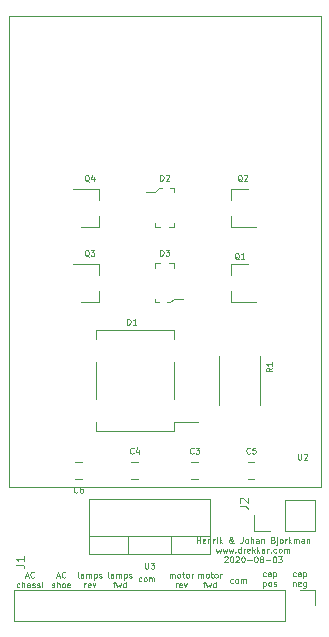
<source format=gbr>
G04 #@! TF.GenerationSoftware,KiCad,Pcbnew,5.1.5+dfsg1-2build2*
G04 #@! TF.CreationDate,2020-08-03T23:06:02+02:00*
G04 #@! TF.ProjectId,transistor_board,7472616e-7369-4737-946f-725f626f6172,rev?*
G04 #@! TF.SameCoordinates,Original*
G04 #@! TF.FileFunction,Legend,Top*
G04 #@! TF.FilePolarity,Positive*
%FSLAX46Y46*%
G04 Gerber Fmt 4.6, Leading zero omitted, Abs format (unit mm)*
G04 Created by KiCad (PCBNEW 5.1.5+dfsg1-2build2) date 2020-08-03 23:06:02*
%MOMM*%
%LPD*%
G04 APERTURE LIST*
%ADD10C,0.070000*%
%ADD11C,0.120000*%
%ADD12C,0.100000*%
G04 APERTURE END LIST*
D10*
X128449190Y-128692190D02*
X128449190Y-128192190D01*
X128449190Y-128430285D02*
X128734904Y-128430285D01*
X128734904Y-128692190D02*
X128734904Y-128192190D01*
X129163476Y-128668380D02*
X129115857Y-128692190D01*
X129020619Y-128692190D01*
X128973000Y-128668380D01*
X128949190Y-128620761D01*
X128949190Y-128430285D01*
X128973000Y-128382666D01*
X129020619Y-128358857D01*
X129115857Y-128358857D01*
X129163476Y-128382666D01*
X129187285Y-128430285D01*
X129187285Y-128477904D01*
X128949190Y-128525523D01*
X129401571Y-128358857D02*
X129401571Y-128692190D01*
X129401571Y-128406476D02*
X129425380Y-128382666D01*
X129473000Y-128358857D01*
X129544428Y-128358857D01*
X129592047Y-128382666D01*
X129615857Y-128430285D01*
X129615857Y-128692190D01*
X129853952Y-128692190D02*
X129853952Y-128358857D01*
X129853952Y-128454095D02*
X129877761Y-128406476D01*
X129901571Y-128382666D01*
X129949190Y-128358857D01*
X129996809Y-128358857D01*
X130163476Y-128692190D02*
X130163476Y-128358857D01*
X130163476Y-128192190D02*
X130139666Y-128216000D01*
X130163476Y-128239809D01*
X130187285Y-128216000D01*
X130163476Y-128192190D01*
X130163476Y-128239809D01*
X130401571Y-128692190D02*
X130401571Y-128192190D01*
X130449190Y-128501714D02*
X130592047Y-128692190D01*
X130592047Y-128358857D02*
X130401571Y-128549333D01*
X131592047Y-128692190D02*
X131568238Y-128692190D01*
X131520619Y-128668380D01*
X131449190Y-128596952D01*
X131330142Y-128454095D01*
X131282523Y-128382666D01*
X131258714Y-128311238D01*
X131258714Y-128263619D01*
X131282523Y-128216000D01*
X131330142Y-128192190D01*
X131353952Y-128192190D01*
X131401571Y-128216000D01*
X131425380Y-128263619D01*
X131425380Y-128287428D01*
X131401571Y-128335047D01*
X131377761Y-128358857D01*
X131234904Y-128454095D01*
X131211095Y-128477904D01*
X131187285Y-128525523D01*
X131187285Y-128596952D01*
X131211095Y-128644571D01*
X131234904Y-128668380D01*
X131282523Y-128692190D01*
X131353952Y-128692190D01*
X131401571Y-128668380D01*
X131425380Y-128644571D01*
X131496809Y-128549333D01*
X131520619Y-128477904D01*
X131520619Y-128430285D01*
X132330142Y-128192190D02*
X132330142Y-128549333D01*
X132306333Y-128620761D01*
X132258714Y-128668380D01*
X132187285Y-128692190D01*
X132139666Y-128692190D01*
X132639666Y-128692190D02*
X132592047Y-128668380D01*
X132568238Y-128644571D01*
X132544428Y-128596952D01*
X132544428Y-128454095D01*
X132568238Y-128406476D01*
X132592047Y-128382666D01*
X132639666Y-128358857D01*
X132711095Y-128358857D01*
X132758714Y-128382666D01*
X132782523Y-128406476D01*
X132806333Y-128454095D01*
X132806333Y-128596952D01*
X132782523Y-128644571D01*
X132758714Y-128668380D01*
X132711095Y-128692190D01*
X132639666Y-128692190D01*
X133020619Y-128692190D02*
X133020619Y-128192190D01*
X133234904Y-128692190D02*
X133234904Y-128430285D01*
X133211095Y-128382666D01*
X133163476Y-128358857D01*
X133092047Y-128358857D01*
X133044428Y-128382666D01*
X133020619Y-128406476D01*
X133687285Y-128692190D02*
X133687285Y-128430285D01*
X133663476Y-128382666D01*
X133615857Y-128358857D01*
X133520619Y-128358857D01*
X133473000Y-128382666D01*
X133687285Y-128668380D02*
X133639666Y-128692190D01*
X133520619Y-128692190D01*
X133473000Y-128668380D01*
X133449190Y-128620761D01*
X133449190Y-128573142D01*
X133473000Y-128525523D01*
X133520619Y-128501714D01*
X133639666Y-128501714D01*
X133687285Y-128477904D01*
X133925380Y-128358857D02*
X133925380Y-128692190D01*
X133925380Y-128406476D02*
X133949190Y-128382666D01*
X133996809Y-128358857D01*
X134068238Y-128358857D01*
X134115857Y-128382666D01*
X134139666Y-128430285D01*
X134139666Y-128692190D01*
X134925380Y-128430285D02*
X134996809Y-128454095D01*
X135020619Y-128477904D01*
X135044428Y-128525523D01*
X135044428Y-128596952D01*
X135020619Y-128644571D01*
X134996809Y-128668380D01*
X134949190Y-128692190D01*
X134758714Y-128692190D01*
X134758714Y-128192190D01*
X134925380Y-128192190D01*
X134973000Y-128216000D01*
X134996809Y-128239809D01*
X135020619Y-128287428D01*
X135020619Y-128335047D01*
X134996809Y-128382666D01*
X134973000Y-128406476D01*
X134925380Y-128430285D01*
X134758714Y-128430285D01*
X135258714Y-128358857D02*
X135258714Y-128787428D01*
X135234904Y-128835047D01*
X135187285Y-128858857D01*
X135163476Y-128858857D01*
X135258714Y-128192190D02*
X135234904Y-128216000D01*
X135258714Y-128239809D01*
X135282523Y-128216000D01*
X135258714Y-128192190D01*
X135258714Y-128239809D01*
X135568238Y-128692190D02*
X135520619Y-128668380D01*
X135496809Y-128644571D01*
X135473000Y-128596952D01*
X135473000Y-128454095D01*
X135496809Y-128406476D01*
X135520619Y-128382666D01*
X135568238Y-128358857D01*
X135639666Y-128358857D01*
X135687285Y-128382666D01*
X135711095Y-128406476D01*
X135734904Y-128454095D01*
X135734904Y-128596952D01*
X135711095Y-128644571D01*
X135687285Y-128668380D01*
X135639666Y-128692190D01*
X135568238Y-128692190D01*
X135949190Y-128692190D02*
X135949190Y-128358857D01*
X135949190Y-128454095D02*
X135973000Y-128406476D01*
X135996809Y-128382666D01*
X136044428Y-128358857D01*
X136092047Y-128358857D01*
X136258714Y-128692190D02*
X136258714Y-128192190D01*
X136306333Y-128501714D02*
X136449190Y-128692190D01*
X136449190Y-128358857D02*
X136258714Y-128549333D01*
X136663476Y-128692190D02*
X136663476Y-128358857D01*
X136663476Y-128406476D02*
X136687285Y-128382666D01*
X136734904Y-128358857D01*
X136806333Y-128358857D01*
X136853952Y-128382666D01*
X136877761Y-128430285D01*
X136877761Y-128692190D01*
X136877761Y-128430285D02*
X136901571Y-128382666D01*
X136949190Y-128358857D01*
X137020619Y-128358857D01*
X137068238Y-128382666D01*
X137092047Y-128430285D01*
X137092047Y-128692190D01*
X137544428Y-128692190D02*
X137544428Y-128430285D01*
X137520619Y-128382666D01*
X137473000Y-128358857D01*
X137377761Y-128358857D01*
X137330142Y-128382666D01*
X137544428Y-128668380D02*
X137496809Y-128692190D01*
X137377761Y-128692190D01*
X137330142Y-128668380D01*
X137306333Y-128620761D01*
X137306333Y-128573142D01*
X137330142Y-128525523D01*
X137377761Y-128501714D01*
X137496809Y-128501714D01*
X137544428Y-128477904D01*
X137782523Y-128358857D02*
X137782523Y-128692190D01*
X137782523Y-128406476D02*
X137806333Y-128382666D01*
X137853952Y-128358857D01*
X137925380Y-128358857D01*
X137973000Y-128382666D01*
X137996809Y-128430285D01*
X137996809Y-128692190D01*
X130115857Y-129178857D02*
X130211095Y-129512190D01*
X130306333Y-129274095D01*
X130401571Y-129512190D01*
X130496809Y-129178857D01*
X130639666Y-129178857D02*
X130734904Y-129512190D01*
X130830142Y-129274095D01*
X130925380Y-129512190D01*
X131020619Y-129178857D01*
X131163476Y-129178857D02*
X131258714Y-129512190D01*
X131353952Y-129274095D01*
X131449190Y-129512190D01*
X131544428Y-129178857D01*
X131734904Y-129464571D02*
X131758714Y-129488380D01*
X131734904Y-129512190D01*
X131711095Y-129488380D01*
X131734904Y-129464571D01*
X131734904Y-129512190D01*
X132187285Y-129512190D02*
X132187285Y-129012190D01*
X132187285Y-129488380D02*
X132139666Y-129512190D01*
X132044428Y-129512190D01*
X131996809Y-129488380D01*
X131973000Y-129464571D01*
X131949190Y-129416952D01*
X131949190Y-129274095D01*
X131973000Y-129226476D01*
X131996809Y-129202666D01*
X132044428Y-129178857D01*
X132139666Y-129178857D01*
X132187285Y-129202666D01*
X132425380Y-129512190D02*
X132425380Y-129178857D01*
X132425380Y-129274095D02*
X132449190Y-129226476D01*
X132473000Y-129202666D01*
X132520619Y-129178857D01*
X132568238Y-129178857D01*
X132925380Y-129488380D02*
X132877761Y-129512190D01*
X132782523Y-129512190D01*
X132734904Y-129488380D01*
X132711095Y-129440761D01*
X132711095Y-129250285D01*
X132734904Y-129202666D01*
X132782523Y-129178857D01*
X132877761Y-129178857D01*
X132925380Y-129202666D01*
X132949190Y-129250285D01*
X132949190Y-129297904D01*
X132711095Y-129345523D01*
X133163476Y-129512190D02*
X133163476Y-129012190D01*
X133211095Y-129321714D02*
X133353952Y-129512190D01*
X133353952Y-129178857D02*
X133163476Y-129369333D01*
X133568238Y-129512190D02*
X133568238Y-129012190D01*
X133615857Y-129321714D02*
X133758714Y-129512190D01*
X133758714Y-129178857D02*
X133568238Y-129369333D01*
X134187285Y-129512190D02*
X134187285Y-129250285D01*
X134163476Y-129202666D01*
X134115857Y-129178857D01*
X134020619Y-129178857D01*
X133973000Y-129202666D01*
X134187285Y-129488380D02*
X134139666Y-129512190D01*
X134020619Y-129512190D01*
X133973000Y-129488380D01*
X133949190Y-129440761D01*
X133949190Y-129393142D01*
X133973000Y-129345523D01*
X134020619Y-129321714D01*
X134139666Y-129321714D01*
X134187285Y-129297904D01*
X134425380Y-129512190D02*
X134425380Y-129178857D01*
X134425380Y-129274095D02*
X134449190Y-129226476D01*
X134473000Y-129202666D01*
X134520619Y-129178857D01*
X134568238Y-129178857D01*
X134734904Y-129464571D02*
X134758714Y-129488380D01*
X134734904Y-129512190D01*
X134711095Y-129488380D01*
X134734904Y-129464571D01*
X134734904Y-129512190D01*
X135187285Y-129488380D02*
X135139666Y-129512190D01*
X135044428Y-129512190D01*
X134996809Y-129488380D01*
X134973000Y-129464571D01*
X134949190Y-129416952D01*
X134949190Y-129274095D01*
X134973000Y-129226476D01*
X134996809Y-129202666D01*
X135044428Y-129178857D01*
X135139666Y-129178857D01*
X135187285Y-129202666D01*
X135473000Y-129512190D02*
X135425380Y-129488380D01*
X135401571Y-129464571D01*
X135377761Y-129416952D01*
X135377761Y-129274095D01*
X135401571Y-129226476D01*
X135425380Y-129202666D01*
X135473000Y-129178857D01*
X135544428Y-129178857D01*
X135592047Y-129202666D01*
X135615857Y-129226476D01*
X135639666Y-129274095D01*
X135639666Y-129416952D01*
X135615857Y-129464571D01*
X135592047Y-129488380D01*
X135544428Y-129512190D01*
X135473000Y-129512190D01*
X135853952Y-129512190D02*
X135853952Y-129178857D01*
X135853952Y-129226476D02*
X135877761Y-129202666D01*
X135925380Y-129178857D01*
X135996809Y-129178857D01*
X136044428Y-129202666D01*
X136068238Y-129250285D01*
X136068238Y-129512190D01*
X136068238Y-129250285D02*
X136092047Y-129202666D01*
X136139666Y-129178857D01*
X136211095Y-129178857D01*
X136258714Y-129202666D01*
X136282523Y-129250285D01*
X136282523Y-129512190D01*
X130794428Y-129879809D02*
X130818238Y-129856000D01*
X130865857Y-129832190D01*
X130984904Y-129832190D01*
X131032523Y-129856000D01*
X131056333Y-129879809D01*
X131080142Y-129927428D01*
X131080142Y-129975047D01*
X131056333Y-130046476D01*
X130770619Y-130332190D01*
X131080142Y-130332190D01*
X131389666Y-129832190D02*
X131437285Y-129832190D01*
X131484904Y-129856000D01*
X131508714Y-129879809D01*
X131532523Y-129927428D01*
X131556333Y-130022666D01*
X131556333Y-130141714D01*
X131532523Y-130236952D01*
X131508714Y-130284571D01*
X131484904Y-130308380D01*
X131437285Y-130332190D01*
X131389666Y-130332190D01*
X131342047Y-130308380D01*
X131318238Y-130284571D01*
X131294428Y-130236952D01*
X131270619Y-130141714D01*
X131270619Y-130022666D01*
X131294428Y-129927428D01*
X131318238Y-129879809D01*
X131342047Y-129856000D01*
X131389666Y-129832190D01*
X131746809Y-129879809D02*
X131770619Y-129856000D01*
X131818238Y-129832190D01*
X131937285Y-129832190D01*
X131984904Y-129856000D01*
X132008714Y-129879809D01*
X132032523Y-129927428D01*
X132032523Y-129975047D01*
X132008714Y-130046476D01*
X131723000Y-130332190D01*
X132032523Y-130332190D01*
X132342047Y-129832190D02*
X132389666Y-129832190D01*
X132437285Y-129856000D01*
X132461095Y-129879809D01*
X132484904Y-129927428D01*
X132508714Y-130022666D01*
X132508714Y-130141714D01*
X132484904Y-130236952D01*
X132461095Y-130284571D01*
X132437285Y-130308380D01*
X132389666Y-130332190D01*
X132342047Y-130332190D01*
X132294428Y-130308380D01*
X132270619Y-130284571D01*
X132246809Y-130236952D01*
X132223000Y-130141714D01*
X132223000Y-130022666D01*
X132246809Y-129927428D01*
X132270619Y-129879809D01*
X132294428Y-129856000D01*
X132342047Y-129832190D01*
X132723000Y-130141714D02*
X133103952Y-130141714D01*
X133437285Y-129832190D02*
X133484904Y-129832190D01*
X133532523Y-129856000D01*
X133556333Y-129879809D01*
X133580142Y-129927428D01*
X133603952Y-130022666D01*
X133603952Y-130141714D01*
X133580142Y-130236952D01*
X133556333Y-130284571D01*
X133532523Y-130308380D01*
X133484904Y-130332190D01*
X133437285Y-130332190D01*
X133389666Y-130308380D01*
X133365857Y-130284571D01*
X133342047Y-130236952D01*
X133318238Y-130141714D01*
X133318238Y-130022666D01*
X133342047Y-129927428D01*
X133365857Y-129879809D01*
X133389666Y-129856000D01*
X133437285Y-129832190D01*
X133889666Y-130046476D02*
X133842047Y-130022666D01*
X133818238Y-129998857D01*
X133794428Y-129951238D01*
X133794428Y-129927428D01*
X133818238Y-129879809D01*
X133842047Y-129856000D01*
X133889666Y-129832190D01*
X133984904Y-129832190D01*
X134032523Y-129856000D01*
X134056333Y-129879809D01*
X134080142Y-129927428D01*
X134080142Y-129951238D01*
X134056333Y-129998857D01*
X134032523Y-130022666D01*
X133984904Y-130046476D01*
X133889666Y-130046476D01*
X133842047Y-130070285D01*
X133818238Y-130094095D01*
X133794428Y-130141714D01*
X133794428Y-130236952D01*
X133818238Y-130284571D01*
X133842047Y-130308380D01*
X133889666Y-130332190D01*
X133984904Y-130332190D01*
X134032523Y-130308380D01*
X134056333Y-130284571D01*
X134080142Y-130236952D01*
X134080142Y-130141714D01*
X134056333Y-130094095D01*
X134032523Y-130070285D01*
X133984904Y-130046476D01*
X134294428Y-130141714D02*
X134675380Y-130141714D01*
X135008714Y-129832190D02*
X135056333Y-129832190D01*
X135103952Y-129856000D01*
X135127761Y-129879809D01*
X135151571Y-129927428D01*
X135175380Y-130022666D01*
X135175380Y-130141714D01*
X135151571Y-130236952D01*
X135127761Y-130284571D01*
X135103952Y-130308380D01*
X135056333Y-130332190D01*
X135008714Y-130332190D01*
X134961095Y-130308380D01*
X134937285Y-130284571D01*
X134913476Y-130236952D01*
X134889666Y-130141714D01*
X134889666Y-130022666D01*
X134913476Y-129927428D01*
X134937285Y-129879809D01*
X134961095Y-129856000D01*
X135008714Y-129832190D01*
X135342047Y-129832190D02*
X135651571Y-129832190D01*
X135484904Y-130022666D01*
X135556333Y-130022666D01*
X135603952Y-130046476D01*
X135627761Y-130070285D01*
X135651571Y-130117904D01*
X135651571Y-130236952D01*
X135627761Y-130284571D01*
X135603952Y-130308380D01*
X135556333Y-130332190D01*
X135413476Y-130332190D01*
X135365857Y-130308380D01*
X135342047Y-130284571D01*
X134286666Y-131491380D02*
X134239047Y-131515190D01*
X134143809Y-131515190D01*
X134096190Y-131491380D01*
X134072380Y-131467571D01*
X134048571Y-131419952D01*
X134048571Y-131277095D01*
X134072380Y-131229476D01*
X134096190Y-131205666D01*
X134143809Y-131181857D01*
X134239047Y-131181857D01*
X134286666Y-131205666D01*
X134715238Y-131515190D02*
X134715238Y-131253285D01*
X134691428Y-131205666D01*
X134643809Y-131181857D01*
X134548571Y-131181857D01*
X134500952Y-131205666D01*
X134715238Y-131491380D02*
X134667619Y-131515190D01*
X134548571Y-131515190D01*
X134500952Y-131491380D01*
X134477142Y-131443761D01*
X134477142Y-131396142D01*
X134500952Y-131348523D01*
X134548571Y-131324714D01*
X134667619Y-131324714D01*
X134715238Y-131300904D01*
X134953333Y-131181857D02*
X134953333Y-131681857D01*
X134953333Y-131205666D02*
X135000952Y-131181857D01*
X135096190Y-131181857D01*
X135143809Y-131205666D01*
X135167619Y-131229476D01*
X135191428Y-131277095D01*
X135191428Y-131419952D01*
X135167619Y-131467571D01*
X135143809Y-131491380D01*
X135096190Y-131515190D01*
X135000952Y-131515190D01*
X134953333Y-131491380D01*
X134084285Y-132001857D02*
X134084285Y-132501857D01*
X134084285Y-132025666D02*
X134131904Y-132001857D01*
X134227142Y-132001857D01*
X134274761Y-132025666D01*
X134298571Y-132049476D01*
X134322380Y-132097095D01*
X134322380Y-132239952D01*
X134298571Y-132287571D01*
X134274761Y-132311380D01*
X134227142Y-132335190D01*
X134131904Y-132335190D01*
X134084285Y-132311380D01*
X134608095Y-132335190D02*
X134560476Y-132311380D01*
X134536666Y-132287571D01*
X134512857Y-132239952D01*
X134512857Y-132097095D01*
X134536666Y-132049476D01*
X134560476Y-132025666D01*
X134608095Y-132001857D01*
X134679523Y-132001857D01*
X134727142Y-132025666D01*
X134750952Y-132049476D01*
X134774761Y-132097095D01*
X134774761Y-132239952D01*
X134750952Y-132287571D01*
X134727142Y-132311380D01*
X134679523Y-132335190D01*
X134608095Y-132335190D01*
X134965238Y-132311380D02*
X135012857Y-132335190D01*
X135108095Y-132335190D01*
X135155714Y-132311380D01*
X135179523Y-132263761D01*
X135179523Y-132239952D01*
X135155714Y-132192333D01*
X135108095Y-132168523D01*
X135036666Y-132168523D01*
X134989047Y-132144714D01*
X134965238Y-132097095D01*
X134965238Y-132073285D01*
X134989047Y-132025666D01*
X135036666Y-132001857D01*
X135108095Y-132001857D01*
X135155714Y-132025666D01*
X136826666Y-131491380D02*
X136779047Y-131515190D01*
X136683809Y-131515190D01*
X136636190Y-131491380D01*
X136612380Y-131467571D01*
X136588571Y-131419952D01*
X136588571Y-131277095D01*
X136612380Y-131229476D01*
X136636190Y-131205666D01*
X136683809Y-131181857D01*
X136779047Y-131181857D01*
X136826666Y-131205666D01*
X137255238Y-131515190D02*
X137255238Y-131253285D01*
X137231428Y-131205666D01*
X137183809Y-131181857D01*
X137088571Y-131181857D01*
X137040952Y-131205666D01*
X137255238Y-131491380D02*
X137207619Y-131515190D01*
X137088571Y-131515190D01*
X137040952Y-131491380D01*
X137017142Y-131443761D01*
X137017142Y-131396142D01*
X137040952Y-131348523D01*
X137088571Y-131324714D01*
X137207619Y-131324714D01*
X137255238Y-131300904D01*
X137493333Y-131181857D02*
X137493333Y-131681857D01*
X137493333Y-131205666D02*
X137540952Y-131181857D01*
X137636190Y-131181857D01*
X137683809Y-131205666D01*
X137707619Y-131229476D01*
X137731428Y-131277095D01*
X137731428Y-131419952D01*
X137707619Y-131467571D01*
X137683809Y-131491380D01*
X137636190Y-131515190D01*
X137540952Y-131515190D01*
X137493333Y-131491380D01*
X136612380Y-132001857D02*
X136612380Y-132335190D01*
X136612380Y-132049476D02*
X136636190Y-132025666D01*
X136683809Y-132001857D01*
X136755238Y-132001857D01*
X136802857Y-132025666D01*
X136826666Y-132073285D01*
X136826666Y-132335190D01*
X137255238Y-132311380D02*
X137207619Y-132335190D01*
X137112380Y-132335190D01*
X137064761Y-132311380D01*
X137040952Y-132263761D01*
X137040952Y-132073285D01*
X137064761Y-132025666D01*
X137112380Y-132001857D01*
X137207619Y-132001857D01*
X137255238Y-132025666D01*
X137279047Y-132073285D01*
X137279047Y-132120904D01*
X137040952Y-132168523D01*
X137707619Y-132001857D02*
X137707619Y-132406619D01*
X137683809Y-132454238D01*
X137660000Y-132478047D01*
X137612380Y-132501857D01*
X137540952Y-132501857D01*
X137493333Y-132478047D01*
X137707619Y-132311380D02*
X137660000Y-132335190D01*
X137564761Y-132335190D01*
X137517142Y-132311380D01*
X137493333Y-132287571D01*
X137469523Y-132239952D01*
X137469523Y-132097095D01*
X137493333Y-132049476D01*
X137517142Y-132025666D01*
X137564761Y-132001857D01*
X137660000Y-132001857D01*
X137707619Y-132025666D01*
X113930952Y-131499333D02*
X114169047Y-131499333D01*
X113883333Y-131642190D02*
X114050000Y-131142190D01*
X114216666Y-131642190D01*
X114669047Y-131594571D02*
X114645238Y-131618380D01*
X114573809Y-131642190D01*
X114526190Y-131642190D01*
X114454761Y-131618380D01*
X114407142Y-131570761D01*
X114383333Y-131523142D01*
X114359523Y-131427904D01*
X114359523Y-131356476D01*
X114383333Y-131261238D01*
X114407142Y-131213619D01*
X114454761Y-131166000D01*
X114526190Y-131142190D01*
X114573809Y-131142190D01*
X114645238Y-131166000D01*
X114669047Y-131189809D01*
X113442857Y-132438380D02*
X113395238Y-132462190D01*
X113300000Y-132462190D01*
X113252380Y-132438380D01*
X113228571Y-132414571D01*
X113204761Y-132366952D01*
X113204761Y-132224095D01*
X113228571Y-132176476D01*
X113252380Y-132152666D01*
X113300000Y-132128857D01*
X113395238Y-132128857D01*
X113442857Y-132152666D01*
X113657142Y-132462190D02*
X113657142Y-131962190D01*
X113871428Y-132462190D02*
X113871428Y-132200285D01*
X113847619Y-132152666D01*
X113800000Y-132128857D01*
X113728571Y-132128857D01*
X113680952Y-132152666D01*
X113657142Y-132176476D01*
X114323809Y-132462190D02*
X114323809Y-132200285D01*
X114300000Y-132152666D01*
X114252380Y-132128857D01*
X114157142Y-132128857D01*
X114109523Y-132152666D01*
X114323809Y-132438380D02*
X114276190Y-132462190D01*
X114157142Y-132462190D01*
X114109523Y-132438380D01*
X114085714Y-132390761D01*
X114085714Y-132343142D01*
X114109523Y-132295523D01*
X114157142Y-132271714D01*
X114276190Y-132271714D01*
X114323809Y-132247904D01*
X114538095Y-132438380D02*
X114585714Y-132462190D01*
X114680952Y-132462190D01*
X114728571Y-132438380D01*
X114752380Y-132390761D01*
X114752380Y-132366952D01*
X114728571Y-132319333D01*
X114680952Y-132295523D01*
X114609523Y-132295523D01*
X114561904Y-132271714D01*
X114538095Y-132224095D01*
X114538095Y-132200285D01*
X114561904Y-132152666D01*
X114609523Y-132128857D01*
X114680952Y-132128857D01*
X114728571Y-132152666D01*
X114942857Y-132438380D02*
X114990476Y-132462190D01*
X115085714Y-132462190D01*
X115133333Y-132438380D01*
X115157142Y-132390761D01*
X115157142Y-132366952D01*
X115133333Y-132319333D01*
X115085714Y-132295523D01*
X115014285Y-132295523D01*
X114966666Y-132271714D01*
X114942857Y-132224095D01*
X114942857Y-132200285D01*
X114966666Y-132152666D01*
X115014285Y-132128857D01*
X115085714Y-132128857D01*
X115133333Y-132152666D01*
X115371428Y-132462190D02*
X115371428Y-132128857D01*
X115371428Y-131962190D02*
X115347619Y-131986000D01*
X115371428Y-132009809D01*
X115395238Y-131986000D01*
X115371428Y-131962190D01*
X115371428Y-132009809D01*
X116597952Y-131499333D02*
X116836047Y-131499333D01*
X116550333Y-131642190D02*
X116717000Y-131142190D01*
X116883666Y-131642190D01*
X117336047Y-131594571D02*
X117312238Y-131618380D01*
X117240809Y-131642190D01*
X117193190Y-131642190D01*
X117121761Y-131618380D01*
X117074142Y-131570761D01*
X117050333Y-131523142D01*
X117026523Y-131427904D01*
X117026523Y-131356476D01*
X117050333Y-131261238D01*
X117074142Y-131213619D01*
X117121761Y-131166000D01*
X117193190Y-131142190D01*
X117240809Y-131142190D01*
X117312238Y-131166000D01*
X117336047Y-131189809D01*
X116193190Y-132438380D02*
X116240809Y-132462190D01*
X116336047Y-132462190D01*
X116383666Y-132438380D01*
X116407476Y-132390761D01*
X116407476Y-132366952D01*
X116383666Y-132319333D01*
X116336047Y-132295523D01*
X116264619Y-132295523D01*
X116217000Y-132271714D01*
X116193190Y-132224095D01*
X116193190Y-132200285D01*
X116217000Y-132152666D01*
X116264619Y-132128857D01*
X116336047Y-132128857D01*
X116383666Y-132152666D01*
X116621761Y-132462190D02*
X116621761Y-131962190D01*
X116836047Y-132462190D02*
X116836047Y-132200285D01*
X116812238Y-132152666D01*
X116764619Y-132128857D01*
X116693190Y-132128857D01*
X116645571Y-132152666D01*
X116621761Y-132176476D01*
X117145571Y-132462190D02*
X117097952Y-132438380D01*
X117074142Y-132414571D01*
X117050333Y-132366952D01*
X117050333Y-132224095D01*
X117074142Y-132176476D01*
X117097952Y-132152666D01*
X117145571Y-132128857D01*
X117217000Y-132128857D01*
X117264619Y-132152666D01*
X117288428Y-132176476D01*
X117312238Y-132224095D01*
X117312238Y-132366952D01*
X117288428Y-132414571D01*
X117264619Y-132438380D01*
X117217000Y-132462190D01*
X117145571Y-132462190D01*
X117717000Y-132438380D02*
X117669380Y-132462190D01*
X117574142Y-132462190D01*
X117526523Y-132438380D01*
X117502714Y-132390761D01*
X117502714Y-132200285D01*
X117526523Y-132152666D01*
X117574142Y-132128857D01*
X117669380Y-132128857D01*
X117717000Y-132152666D01*
X117740809Y-132200285D01*
X117740809Y-132247904D01*
X117502714Y-132295523D01*
X118451428Y-131642190D02*
X118403809Y-131618380D01*
X118380000Y-131570761D01*
X118380000Y-131142190D01*
X118856190Y-131642190D02*
X118856190Y-131380285D01*
X118832380Y-131332666D01*
X118784761Y-131308857D01*
X118689523Y-131308857D01*
X118641904Y-131332666D01*
X118856190Y-131618380D02*
X118808571Y-131642190D01*
X118689523Y-131642190D01*
X118641904Y-131618380D01*
X118618095Y-131570761D01*
X118618095Y-131523142D01*
X118641904Y-131475523D01*
X118689523Y-131451714D01*
X118808571Y-131451714D01*
X118856190Y-131427904D01*
X119094285Y-131642190D02*
X119094285Y-131308857D01*
X119094285Y-131356476D02*
X119118095Y-131332666D01*
X119165714Y-131308857D01*
X119237142Y-131308857D01*
X119284761Y-131332666D01*
X119308571Y-131380285D01*
X119308571Y-131642190D01*
X119308571Y-131380285D02*
X119332380Y-131332666D01*
X119380000Y-131308857D01*
X119451428Y-131308857D01*
X119499047Y-131332666D01*
X119522857Y-131380285D01*
X119522857Y-131642190D01*
X119760952Y-131308857D02*
X119760952Y-131808857D01*
X119760952Y-131332666D02*
X119808571Y-131308857D01*
X119903809Y-131308857D01*
X119951428Y-131332666D01*
X119975238Y-131356476D01*
X119999047Y-131404095D01*
X119999047Y-131546952D01*
X119975238Y-131594571D01*
X119951428Y-131618380D01*
X119903809Y-131642190D01*
X119808571Y-131642190D01*
X119760952Y-131618380D01*
X120189523Y-131618380D02*
X120237142Y-131642190D01*
X120332380Y-131642190D01*
X120380000Y-131618380D01*
X120403809Y-131570761D01*
X120403809Y-131546952D01*
X120380000Y-131499333D01*
X120332380Y-131475523D01*
X120260952Y-131475523D01*
X120213333Y-131451714D01*
X120189523Y-131404095D01*
X120189523Y-131380285D01*
X120213333Y-131332666D01*
X120260952Y-131308857D01*
X120332380Y-131308857D01*
X120380000Y-131332666D01*
X118939523Y-132462190D02*
X118939523Y-132128857D01*
X118939523Y-132224095D02*
X118963333Y-132176476D01*
X118987142Y-132152666D01*
X119034761Y-132128857D01*
X119082380Y-132128857D01*
X119439523Y-132438380D02*
X119391904Y-132462190D01*
X119296666Y-132462190D01*
X119249047Y-132438380D01*
X119225238Y-132390761D01*
X119225238Y-132200285D01*
X119249047Y-132152666D01*
X119296666Y-132128857D01*
X119391904Y-132128857D01*
X119439523Y-132152666D01*
X119463333Y-132200285D01*
X119463333Y-132247904D01*
X119225238Y-132295523D01*
X119630000Y-132128857D02*
X119749047Y-132462190D01*
X119868095Y-132128857D01*
X120991428Y-131642190D02*
X120943809Y-131618380D01*
X120920000Y-131570761D01*
X120920000Y-131142190D01*
X121396190Y-131642190D02*
X121396190Y-131380285D01*
X121372380Y-131332666D01*
X121324761Y-131308857D01*
X121229523Y-131308857D01*
X121181904Y-131332666D01*
X121396190Y-131618380D02*
X121348571Y-131642190D01*
X121229523Y-131642190D01*
X121181904Y-131618380D01*
X121158095Y-131570761D01*
X121158095Y-131523142D01*
X121181904Y-131475523D01*
X121229523Y-131451714D01*
X121348571Y-131451714D01*
X121396190Y-131427904D01*
X121634285Y-131642190D02*
X121634285Y-131308857D01*
X121634285Y-131356476D02*
X121658095Y-131332666D01*
X121705714Y-131308857D01*
X121777142Y-131308857D01*
X121824761Y-131332666D01*
X121848571Y-131380285D01*
X121848571Y-131642190D01*
X121848571Y-131380285D02*
X121872380Y-131332666D01*
X121920000Y-131308857D01*
X121991428Y-131308857D01*
X122039047Y-131332666D01*
X122062857Y-131380285D01*
X122062857Y-131642190D01*
X122300952Y-131308857D02*
X122300952Y-131808857D01*
X122300952Y-131332666D02*
X122348571Y-131308857D01*
X122443809Y-131308857D01*
X122491428Y-131332666D01*
X122515238Y-131356476D01*
X122539047Y-131404095D01*
X122539047Y-131546952D01*
X122515238Y-131594571D01*
X122491428Y-131618380D01*
X122443809Y-131642190D01*
X122348571Y-131642190D01*
X122300952Y-131618380D01*
X122729523Y-131618380D02*
X122777142Y-131642190D01*
X122872380Y-131642190D01*
X122920000Y-131618380D01*
X122943809Y-131570761D01*
X122943809Y-131546952D01*
X122920000Y-131499333D01*
X122872380Y-131475523D01*
X122800952Y-131475523D01*
X122753333Y-131451714D01*
X122729523Y-131404095D01*
X122729523Y-131380285D01*
X122753333Y-131332666D01*
X122800952Y-131308857D01*
X122872380Y-131308857D01*
X122920000Y-131332666D01*
X121336666Y-132128857D02*
X121527142Y-132128857D01*
X121408095Y-132462190D02*
X121408095Y-132033619D01*
X121431904Y-131986000D01*
X121479523Y-131962190D01*
X121527142Y-131962190D01*
X121646190Y-132128857D02*
X121741428Y-132462190D01*
X121836666Y-132224095D01*
X121931904Y-132462190D01*
X122027142Y-132128857D01*
X122431904Y-132462190D02*
X122431904Y-131962190D01*
X122431904Y-132438380D02*
X122384285Y-132462190D01*
X122289047Y-132462190D01*
X122241428Y-132438380D01*
X122217619Y-132414571D01*
X122193809Y-132366952D01*
X122193809Y-132224095D01*
X122217619Y-132176476D01*
X122241428Y-132152666D01*
X122289047Y-132128857D01*
X122384285Y-132128857D01*
X122431904Y-132152666D01*
X123765523Y-131930380D02*
X123717904Y-131954190D01*
X123622666Y-131954190D01*
X123575047Y-131930380D01*
X123551238Y-131906571D01*
X123527428Y-131858952D01*
X123527428Y-131716095D01*
X123551238Y-131668476D01*
X123575047Y-131644666D01*
X123622666Y-131620857D01*
X123717904Y-131620857D01*
X123765523Y-131644666D01*
X124051238Y-131954190D02*
X124003619Y-131930380D01*
X123979809Y-131906571D01*
X123956000Y-131858952D01*
X123956000Y-131716095D01*
X123979809Y-131668476D01*
X124003619Y-131644666D01*
X124051238Y-131620857D01*
X124122666Y-131620857D01*
X124170285Y-131644666D01*
X124194095Y-131668476D01*
X124217904Y-131716095D01*
X124217904Y-131858952D01*
X124194095Y-131906571D01*
X124170285Y-131930380D01*
X124122666Y-131954190D01*
X124051238Y-131954190D01*
X124432190Y-131954190D02*
X124432190Y-131620857D01*
X124432190Y-131668476D02*
X124456000Y-131644666D01*
X124503619Y-131620857D01*
X124575047Y-131620857D01*
X124622666Y-131644666D01*
X124646476Y-131692285D01*
X124646476Y-131954190D01*
X124646476Y-131692285D02*
X124670285Y-131644666D01*
X124717904Y-131620857D01*
X124789333Y-131620857D01*
X124836952Y-131644666D01*
X124860761Y-131692285D01*
X124860761Y-131954190D01*
X126162714Y-131642190D02*
X126162714Y-131308857D01*
X126162714Y-131356476D02*
X126186523Y-131332666D01*
X126234142Y-131308857D01*
X126305571Y-131308857D01*
X126353190Y-131332666D01*
X126377000Y-131380285D01*
X126377000Y-131642190D01*
X126377000Y-131380285D02*
X126400809Y-131332666D01*
X126448428Y-131308857D01*
X126519857Y-131308857D01*
X126567476Y-131332666D01*
X126591285Y-131380285D01*
X126591285Y-131642190D01*
X126900809Y-131642190D02*
X126853190Y-131618380D01*
X126829380Y-131594571D01*
X126805571Y-131546952D01*
X126805571Y-131404095D01*
X126829380Y-131356476D01*
X126853190Y-131332666D01*
X126900809Y-131308857D01*
X126972238Y-131308857D01*
X127019857Y-131332666D01*
X127043666Y-131356476D01*
X127067476Y-131404095D01*
X127067476Y-131546952D01*
X127043666Y-131594571D01*
X127019857Y-131618380D01*
X126972238Y-131642190D01*
X126900809Y-131642190D01*
X127210333Y-131308857D02*
X127400809Y-131308857D01*
X127281761Y-131142190D02*
X127281761Y-131570761D01*
X127305571Y-131618380D01*
X127353190Y-131642190D01*
X127400809Y-131642190D01*
X127638904Y-131642190D02*
X127591285Y-131618380D01*
X127567476Y-131594571D01*
X127543666Y-131546952D01*
X127543666Y-131404095D01*
X127567476Y-131356476D01*
X127591285Y-131332666D01*
X127638904Y-131308857D01*
X127710333Y-131308857D01*
X127757952Y-131332666D01*
X127781761Y-131356476D01*
X127805571Y-131404095D01*
X127805571Y-131546952D01*
X127781761Y-131594571D01*
X127757952Y-131618380D01*
X127710333Y-131642190D01*
X127638904Y-131642190D01*
X128019857Y-131642190D02*
X128019857Y-131308857D01*
X128019857Y-131404095D02*
X128043666Y-131356476D01*
X128067476Y-131332666D01*
X128115095Y-131308857D01*
X128162714Y-131308857D01*
X126686523Y-132462190D02*
X126686523Y-132128857D01*
X126686523Y-132224095D02*
X126710333Y-132176476D01*
X126734142Y-132152666D01*
X126781761Y-132128857D01*
X126829380Y-132128857D01*
X127186523Y-132438380D02*
X127138904Y-132462190D01*
X127043666Y-132462190D01*
X126996047Y-132438380D01*
X126972238Y-132390761D01*
X126972238Y-132200285D01*
X126996047Y-132152666D01*
X127043666Y-132128857D01*
X127138904Y-132128857D01*
X127186523Y-132152666D01*
X127210333Y-132200285D01*
X127210333Y-132247904D01*
X126972238Y-132295523D01*
X127377000Y-132128857D02*
X127496047Y-132462190D01*
X127615095Y-132128857D01*
X128575714Y-131642190D02*
X128575714Y-131308857D01*
X128575714Y-131356476D02*
X128599523Y-131332666D01*
X128647142Y-131308857D01*
X128718571Y-131308857D01*
X128766190Y-131332666D01*
X128790000Y-131380285D01*
X128790000Y-131642190D01*
X128790000Y-131380285D02*
X128813809Y-131332666D01*
X128861428Y-131308857D01*
X128932857Y-131308857D01*
X128980476Y-131332666D01*
X129004285Y-131380285D01*
X129004285Y-131642190D01*
X129313809Y-131642190D02*
X129266190Y-131618380D01*
X129242380Y-131594571D01*
X129218571Y-131546952D01*
X129218571Y-131404095D01*
X129242380Y-131356476D01*
X129266190Y-131332666D01*
X129313809Y-131308857D01*
X129385238Y-131308857D01*
X129432857Y-131332666D01*
X129456666Y-131356476D01*
X129480476Y-131404095D01*
X129480476Y-131546952D01*
X129456666Y-131594571D01*
X129432857Y-131618380D01*
X129385238Y-131642190D01*
X129313809Y-131642190D01*
X129623333Y-131308857D02*
X129813809Y-131308857D01*
X129694761Y-131142190D02*
X129694761Y-131570761D01*
X129718571Y-131618380D01*
X129766190Y-131642190D01*
X129813809Y-131642190D01*
X130051904Y-131642190D02*
X130004285Y-131618380D01*
X129980476Y-131594571D01*
X129956666Y-131546952D01*
X129956666Y-131404095D01*
X129980476Y-131356476D01*
X130004285Y-131332666D01*
X130051904Y-131308857D01*
X130123333Y-131308857D01*
X130170952Y-131332666D01*
X130194761Y-131356476D01*
X130218571Y-131404095D01*
X130218571Y-131546952D01*
X130194761Y-131594571D01*
X130170952Y-131618380D01*
X130123333Y-131642190D01*
X130051904Y-131642190D01*
X130432857Y-131642190D02*
X130432857Y-131308857D01*
X130432857Y-131404095D02*
X130456666Y-131356476D01*
X130480476Y-131332666D01*
X130528095Y-131308857D01*
X130575714Y-131308857D01*
X128956666Y-132128857D02*
X129147142Y-132128857D01*
X129028095Y-132462190D02*
X129028095Y-132033619D01*
X129051904Y-131986000D01*
X129099523Y-131962190D01*
X129147142Y-131962190D01*
X129266190Y-132128857D02*
X129361428Y-132462190D01*
X129456666Y-132224095D01*
X129551904Y-132462190D01*
X129647142Y-132128857D01*
X130051904Y-132462190D02*
X130051904Y-131962190D01*
X130051904Y-132438380D02*
X130004285Y-132462190D01*
X129909047Y-132462190D01*
X129861428Y-132438380D01*
X129837619Y-132414571D01*
X129813809Y-132366952D01*
X129813809Y-132224095D01*
X129837619Y-132176476D01*
X129861428Y-132152666D01*
X129909047Y-132128857D01*
X130004285Y-132128857D01*
X130051904Y-132152666D01*
X131512523Y-132057380D02*
X131464904Y-132081190D01*
X131369666Y-132081190D01*
X131322047Y-132057380D01*
X131298238Y-132033571D01*
X131274428Y-131985952D01*
X131274428Y-131843095D01*
X131298238Y-131795476D01*
X131322047Y-131771666D01*
X131369666Y-131747857D01*
X131464904Y-131747857D01*
X131512523Y-131771666D01*
X131798238Y-132081190D02*
X131750619Y-132057380D01*
X131726809Y-132033571D01*
X131703000Y-131985952D01*
X131703000Y-131843095D01*
X131726809Y-131795476D01*
X131750619Y-131771666D01*
X131798238Y-131747857D01*
X131869666Y-131747857D01*
X131917285Y-131771666D01*
X131941095Y-131795476D01*
X131964904Y-131843095D01*
X131964904Y-131985952D01*
X131941095Y-132033571D01*
X131917285Y-132057380D01*
X131869666Y-132081190D01*
X131798238Y-132081190D01*
X132179190Y-132081190D02*
X132179190Y-131747857D01*
X132179190Y-131795476D02*
X132203000Y-131771666D01*
X132250619Y-131747857D01*
X132322047Y-131747857D01*
X132369666Y-131771666D01*
X132393476Y-131819285D01*
X132393476Y-132081190D01*
X132393476Y-131819285D02*
X132417285Y-131771666D01*
X132464904Y-131747857D01*
X132536333Y-131747857D01*
X132583952Y-131771666D01*
X132607761Y-131819285D01*
X132607761Y-132081190D01*
D11*
X122609000Y-129635000D02*
X122609000Y-128125000D01*
X126310000Y-129635000D02*
X126310000Y-128125000D01*
X129580000Y-128125000D02*
X119340000Y-128125000D01*
X119340000Y-129635000D02*
X119340000Y-124994000D01*
X129580000Y-129635000D02*
X129580000Y-124994000D01*
X129580000Y-124994000D02*
X119340000Y-124994000D01*
X129580000Y-129635000D02*
X119340000Y-129635000D01*
X112522000Y-123952000D02*
X138938000Y-123952000D01*
X112522000Y-84074000D02*
X112522000Y-123952000D01*
X138938000Y-84074000D02*
X112522000Y-84074000D01*
X138938000Y-123952000D02*
X138938000Y-84074000D01*
X118701078Y-121845000D02*
X118183922Y-121845000D01*
X118701078Y-123265000D02*
X118183922Y-123265000D01*
X132788922Y-123265000D02*
X133306078Y-123265000D01*
X132788922Y-121845000D02*
X133306078Y-121845000D01*
X122931422Y-123265000D02*
X123448578Y-123265000D01*
X122931422Y-121845000D02*
X123448578Y-121845000D01*
X128011422Y-123265000D02*
X128528578Y-123265000D01*
X128011422Y-121845000D02*
X128528578Y-121845000D01*
X126490000Y-119235000D02*
X119890000Y-119235000D01*
X119890000Y-116535000D02*
X119890000Y-113335000D01*
X126490000Y-116535000D02*
X126490000Y-113335000D01*
X119890000Y-110635000D02*
X119890000Y-111435000D01*
X126490000Y-110635000D02*
X119890000Y-110635000D01*
X126490000Y-111435000D02*
X126490000Y-110635000D01*
X126492000Y-119253000D02*
X126492000Y-118491000D01*
X126492000Y-118491000D02*
X128524000Y-118491000D01*
X128524000Y-118491000D02*
X128524000Y-118491000D01*
X119888000Y-118491000D02*
X119888000Y-119253000D01*
X119888000Y-119253000D02*
X119888000Y-119253000D01*
X133290000Y-127695000D02*
X133290000Y-126365000D01*
X134620000Y-127695000D02*
X133290000Y-127695000D01*
X135890000Y-127695000D02*
X135890000Y-125035000D01*
X135890000Y-125035000D02*
X138490000Y-125035000D01*
X135890000Y-127695000D02*
X138490000Y-127695000D01*
X138490000Y-127695000D02*
X138490000Y-125035000D01*
X138490000Y-132655000D02*
X138490000Y-133985000D01*
X137160000Y-132655000D02*
X138490000Y-132655000D01*
X135890000Y-132655000D02*
X135890000Y-135315000D01*
X135890000Y-135315000D02*
X112970000Y-135315000D01*
X135890000Y-132655000D02*
X112970000Y-132655000D01*
X112970000Y-132655000D02*
X112970000Y-135315000D01*
X133790000Y-116987064D02*
X133790000Y-112882936D01*
X130370000Y-116987064D02*
X130370000Y-112882936D01*
X120140000Y-101910000D02*
X118680000Y-101910000D01*
X120140000Y-98750000D02*
X117980000Y-98750000D01*
X120140000Y-98750000D02*
X120140000Y-99680000D01*
X120140000Y-101910000D02*
X120140000Y-100980000D01*
X120140000Y-108260000D02*
X118680000Y-108260000D01*
X120140000Y-105100000D02*
X117980000Y-105100000D01*
X120140000Y-105100000D02*
X120140000Y-106030000D01*
X120140000Y-108260000D02*
X120140000Y-107330000D01*
X131320000Y-98750000D02*
X132780000Y-98750000D01*
X131320000Y-101910000D02*
X133480000Y-101910000D01*
X131320000Y-101910000D02*
X131320000Y-100980000D01*
X131320000Y-98750000D02*
X131320000Y-99680000D01*
X131320000Y-105100000D02*
X132780000Y-105100000D01*
X131320000Y-108260000D02*
X133480000Y-108260000D01*
X131320000Y-108260000D02*
X131320000Y-107330000D01*
X131320000Y-105100000D02*
X131320000Y-106030000D01*
D12*
X124905000Y-108330000D02*
X124905000Y-108030000D01*
X125280000Y-108330000D02*
X124905000Y-108330000D01*
X124905000Y-105030000D02*
X125355000Y-105030000D01*
X124905000Y-105330000D02*
X124905000Y-105030000D01*
X124905000Y-105255000D02*
X124905000Y-105380000D01*
X126555000Y-105030000D02*
X126555000Y-105380000D01*
X126080000Y-105030000D02*
X126555000Y-105030000D01*
X126555000Y-108005000D02*
X127330000Y-108005000D01*
X126555000Y-108055000D02*
X126555000Y-108005000D01*
X126180000Y-108330000D02*
X126555000Y-108055000D01*
X125905000Y-108330000D02*
X126180000Y-108330000D01*
X126555000Y-98680000D02*
X126555000Y-98980000D01*
X126180000Y-98680000D02*
X126555000Y-98680000D01*
X126555000Y-101980000D02*
X126105000Y-101980000D01*
X126555000Y-101680000D02*
X126555000Y-101980000D01*
X126555000Y-101755000D02*
X126555000Y-101630000D01*
X124905000Y-101980000D02*
X124905000Y-101630000D01*
X125380000Y-101980000D02*
X124905000Y-101980000D01*
X124905000Y-99005000D02*
X124130000Y-99005000D01*
X124905000Y-98955000D02*
X124905000Y-99005000D01*
X125280000Y-98680000D02*
X124905000Y-98955000D01*
X125555000Y-98680000D02*
X125280000Y-98680000D01*
D10*
X124079047Y-130361190D02*
X124079047Y-130765952D01*
X124102857Y-130813571D01*
X124126666Y-130837380D01*
X124174285Y-130861190D01*
X124269523Y-130861190D01*
X124317142Y-130837380D01*
X124340952Y-130813571D01*
X124364761Y-130765952D01*
X124364761Y-130361190D01*
X124555238Y-130361190D02*
X124864761Y-130361190D01*
X124698095Y-130551666D01*
X124769523Y-130551666D01*
X124817142Y-130575476D01*
X124840952Y-130599285D01*
X124864761Y-130646904D01*
X124864761Y-130765952D01*
X124840952Y-130813571D01*
X124817142Y-130837380D01*
X124769523Y-130861190D01*
X124626666Y-130861190D01*
X124579047Y-130837380D01*
X124555238Y-130813571D01*
X137033047Y-121138190D02*
X137033047Y-121542952D01*
X137056857Y-121590571D01*
X137080666Y-121614380D01*
X137128285Y-121638190D01*
X137223523Y-121638190D01*
X137271142Y-121614380D01*
X137294952Y-121590571D01*
X137318761Y-121542952D01*
X137318761Y-121138190D01*
X137533047Y-121185809D02*
X137556857Y-121162000D01*
X137604476Y-121138190D01*
X137723523Y-121138190D01*
X137771142Y-121162000D01*
X137794952Y-121185809D01*
X137818761Y-121233428D01*
X137818761Y-121281047D01*
X137794952Y-121352476D01*
X137509238Y-121638190D01*
X137818761Y-121638190D01*
X118359166Y-124383571D02*
X118335357Y-124407380D01*
X118263928Y-124431190D01*
X118216309Y-124431190D01*
X118144880Y-124407380D01*
X118097261Y-124359761D01*
X118073452Y-124312142D01*
X118049642Y-124216904D01*
X118049642Y-124145476D01*
X118073452Y-124050238D01*
X118097261Y-124002619D01*
X118144880Y-123955000D01*
X118216309Y-123931190D01*
X118263928Y-123931190D01*
X118335357Y-123955000D01*
X118359166Y-123978809D01*
X118787738Y-123931190D02*
X118692500Y-123931190D01*
X118644880Y-123955000D01*
X118621071Y-123978809D01*
X118573452Y-124050238D01*
X118549642Y-124145476D01*
X118549642Y-124335952D01*
X118573452Y-124383571D01*
X118597261Y-124407380D01*
X118644880Y-124431190D01*
X118740119Y-124431190D01*
X118787738Y-124407380D01*
X118811547Y-124383571D01*
X118835357Y-124335952D01*
X118835357Y-124216904D01*
X118811547Y-124169285D01*
X118787738Y-124145476D01*
X118740119Y-124121666D01*
X118644880Y-124121666D01*
X118597261Y-124145476D01*
X118573452Y-124169285D01*
X118549642Y-124216904D01*
X132964166Y-121083571D02*
X132940357Y-121107380D01*
X132868928Y-121131190D01*
X132821309Y-121131190D01*
X132749880Y-121107380D01*
X132702261Y-121059761D01*
X132678452Y-121012142D01*
X132654642Y-120916904D01*
X132654642Y-120845476D01*
X132678452Y-120750238D01*
X132702261Y-120702619D01*
X132749880Y-120655000D01*
X132821309Y-120631190D01*
X132868928Y-120631190D01*
X132940357Y-120655000D01*
X132964166Y-120678809D01*
X133416547Y-120631190D02*
X133178452Y-120631190D01*
X133154642Y-120869285D01*
X133178452Y-120845476D01*
X133226071Y-120821666D01*
X133345119Y-120821666D01*
X133392738Y-120845476D01*
X133416547Y-120869285D01*
X133440357Y-120916904D01*
X133440357Y-121035952D01*
X133416547Y-121083571D01*
X133392738Y-121107380D01*
X133345119Y-121131190D01*
X133226071Y-121131190D01*
X133178452Y-121107380D01*
X133154642Y-121083571D01*
X123106666Y-121083571D02*
X123082857Y-121107380D01*
X123011428Y-121131190D01*
X122963809Y-121131190D01*
X122892380Y-121107380D01*
X122844761Y-121059761D01*
X122820952Y-121012142D01*
X122797142Y-120916904D01*
X122797142Y-120845476D01*
X122820952Y-120750238D01*
X122844761Y-120702619D01*
X122892380Y-120655000D01*
X122963809Y-120631190D01*
X123011428Y-120631190D01*
X123082857Y-120655000D01*
X123106666Y-120678809D01*
X123535238Y-120797857D02*
X123535238Y-121131190D01*
X123416190Y-120607380D02*
X123297142Y-120964523D01*
X123606666Y-120964523D01*
X128186666Y-121083571D02*
X128162857Y-121107380D01*
X128091428Y-121131190D01*
X128043809Y-121131190D01*
X127972380Y-121107380D01*
X127924761Y-121059761D01*
X127900952Y-121012142D01*
X127877142Y-120916904D01*
X127877142Y-120845476D01*
X127900952Y-120750238D01*
X127924761Y-120702619D01*
X127972380Y-120655000D01*
X128043809Y-120631190D01*
X128091428Y-120631190D01*
X128162857Y-120655000D01*
X128186666Y-120678809D01*
X128353333Y-120631190D02*
X128662857Y-120631190D01*
X128496190Y-120821666D01*
X128567619Y-120821666D01*
X128615238Y-120845476D01*
X128639047Y-120869285D01*
X128662857Y-120916904D01*
X128662857Y-121035952D01*
X128639047Y-121083571D01*
X128615238Y-121107380D01*
X128567619Y-121131190D01*
X128424761Y-121131190D01*
X128377142Y-121107380D01*
X128353333Y-121083571D01*
X122566952Y-110208190D02*
X122566952Y-109708190D01*
X122686000Y-109708190D01*
X122757428Y-109732000D01*
X122805047Y-109779619D01*
X122828857Y-109827238D01*
X122852666Y-109922476D01*
X122852666Y-109993904D01*
X122828857Y-110089142D01*
X122805047Y-110136761D01*
X122757428Y-110184380D01*
X122686000Y-110208190D01*
X122566952Y-110208190D01*
X123328857Y-110208190D02*
X123043142Y-110208190D01*
X123186000Y-110208190D02*
X123186000Y-109708190D01*
X123138380Y-109779619D01*
X123090761Y-109827238D01*
X123043142Y-109851047D01*
D12*
X132077666Y-125582333D02*
X132577666Y-125582333D01*
X132677666Y-125615666D01*
X132744333Y-125682333D01*
X132777666Y-125782333D01*
X132777666Y-125849000D01*
X132144333Y-125282333D02*
X132111000Y-125249000D01*
X132077666Y-125182333D01*
X132077666Y-125015666D01*
X132111000Y-124949000D01*
X132144333Y-124915666D01*
X132211000Y-124882333D01*
X132277666Y-124882333D01*
X132377666Y-124915666D01*
X132777666Y-125315666D01*
X132777666Y-124882333D01*
X113154666Y-130535333D02*
X113654666Y-130535333D01*
X113754666Y-130568666D01*
X113821333Y-130635333D01*
X113854666Y-130735333D01*
X113854666Y-130802000D01*
X113854666Y-129835333D02*
X113854666Y-130235333D01*
X113854666Y-130035333D02*
X113154666Y-130035333D01*
X113254666Y-130102000D01*
X113321333Y-130168666D01*
X113354666Y-130235333D01*
D10*
X134846190Y-113875333D02*
X134608095Y-114042000D01*
X134846190Y-114161047D02*
X134346190Y-114161047D01*
X134346190Y-113970571D01*
X134370000Y-113922952D01*
X134393809Y-113899142D01*
X134441428Y-113875333D01*
X134512857Y-113875333D01*
X134560476Y-113899142D01*
X134584285Y-113922952D01*
X134608095Y-113970571D01*
X134608095Y-114161047D01*
X134846190Y-113399142D02*
X134846190Y-113684857D01*
X134846190Y-113542000D02*
X134346190Y-113542000D01*
X134417619Y-113589619D01*
X134465238Y-113637238D01*
X134489047Y-113684857D01*
X119332380Y-98103809D02*
X119284761Y-98080000D01*
X119237142Y-98032380D01*
X119165714Y-97960952D01*
X119118095Y-97937142D01*
X119070476Y-97937142D01*
X119094285Y-98056190D02*
X119046666Y-98032380D01*
X118999047Y-97984761D01*
X118975238Y-97889523D01*
X118975238Y-97722857D01*
X118999047Y-97627619D01*
X119046666Y-97580000D01*
X119094285Y-97556190D01*
X119189523Y-97556190D01*
X119237142Y-97580000D01*
X119284761Y-97627619D01*
X119308571Y-97722857D01*
X119308571Y-97889523D01*
X119284761Y-97984761D01*
X119237142Y-98032380D01*
X119189523Y-98056190D01*
X119094285Y-98056190D01*
X119737142Y-97722857D02*
X119737142Y-98056190D01*
X119618095Y-97532380D02*
X119499047Y-97889523D01*
X119808571Y-97889523D01*
X119332380Y-104453809D02*
X119284761Y-104430000D01*
X119237142Y-104382380D01*
X119165714Y-104310952D01*
X119118095Y-104287142D01*
X119070476Y-104287142D01*
X119094285Y-104406190D02*
X119046666Y-104382380D01*
X118999047Y-104334761D01*
X118975238Y-104239523D01*
X118975238Y-104072857D01*
X118999047Y-103977619D01*
X119046666Y-103930000D01*
X119094285Y-103906190D01*
X119189523Y-103906190D01*
X119237142Y-103930000D01*
X119284761Y-103977619D01*
X119308571Y-104072857D01*
X119308571Y-104239523D01*
X119284761Y-104334761D01*
X119237142Y-104382380D01*
X119189523Y-104406190D01*
X119094285Y-104406190D01*
X119475238Y-103906190D02*
X119784761Y-103906190D01*
X119618095Y-104096666D01*
X119689523Y-104096666D01*
X119737142Y-104120476D01*
X119760952Y-104144285D01*
X119784761Y-104191904D01*
X119784761Y-104310952D01*
X119760952Y-104358571D01*
X119737142Y-104382380D01*
X119689523Y-104406190D01*
X119546666Y-104406190D01*
X119499047Y-104382380D01*
X119475238Y-104358571D01*
X132286380Y-98063809D02*
X132238761Y-98040000D01*
X132191142Y-97992380D01*
X132119714Y-97920952D01*
X132072095Y-97897142D01*
X132024476Y-97897142D01*
X132048285Y-98016190D02*
X132000666Y-97992380D01*
X131953047Y-97944761D01*
X131929238Y-97849523D01*
X131929238Y-97682857D01*
X131953047Y-97587619D01*
X132000666Y-97540000D01*
X132048285Y-97516190D01*
X132143523Y-97516190D01*
X132191142Y-97540000D01*
X132238761Y-97587619D01*
X132262571Y-97682857D01*
X132262571Y-97849523D01*
X132238761Y-97944761D01*
X132191142Y-97992380D01*
X132143523Y-98016190D01*
X132048285Y-98016190D01*
X132453047Y-97563809D02*
X132476857Y-97540000D01*
X132524476Y-97516190D01*
X132643523Y-97516190D01*
X132691142Y-97540000D01*
X132714952Y-97563809D01*
X132738761Y-97611428D01*
X132738761Y-97659047D01*
X132714952Y-97730476D01*
X132429238Y-98016190D01*
X132738761Y-98016190D01*
X132032380Y-104667809D02*
X131984761Y-104644000D01*
X131937142Y-104596380D01*
X131865714Y-104524952D01*
X131818095Y-104501142D01*
X131770476Y-104501142D01*
X131794285Y-104620190D02*
X131746666Y-104596380D01*
X131699047Y-104548761D01*
X131675238Y-104453523D01*
X131675238Y-104286857D01*
X131699047Y-104191619D01*
X131746666Y-104144000D01*
X131794285Y-104120190D01*
X131889523Y-104120190D01*
X131937142Y-104144000D01*
X131984761Y-104191619D01*
X132008571Y-104286857D01*
X132008571Y-104453523D01*
X131984761Y-104548761D01*
X131937142Y-104596380D01*
X131889523Y-104620190D01*
X131794285Y-104620190D01*
X132484761Y-104620190D02*
X132199047Y-104620190D01*
X132341904Y-104620190D02*
X132341904Y-104120190D01*
X132294285Y-104191619D01*
X132246666Y-104239238D01*
X132199047Y-104263047D01*
X125360952Y-104366190D02*
X125360952Y-103866190D01*
X125480000Y-103866190D01*
X125551428Y-103890000D01*
X125599047Y-103937619D01*
X125622857Y-103985238D01*
X125646666Y-104080476D01*
X125646666Y-104151904D01*
X125622857Y-104247142D01*
X125599047Y-104294761D01*
X125551428Y-104342380D01*
X125480000Y-104366190D01*
X125360952Y-104366190D01*
X125813333Y-103866190D02*
X126122857Y-103866190D01*
X125956190Y-104056666D01*
X126027619Y-104056666D01*
X126075238Y-104080476D01*
X126099047Y-104104285D01*
X126122857Y-104151904D01*
X126122857Y-104270952D01*
X126099047Y-104318571D01*
X126075238Y-104342380D01*
X126027619Y-104366190D01*
X125884761Y-104366190D01*
X125837142Y-104342380D01*
X125813333Y-104318571D01*
X125360952Y-98016190D02*
X125360952Y-97516190D01*
X125480000Y-97516190D01*
X125551428Y-97540000D01*
X125599047Y-97587619D01*
X125622857Y-97635238D01*
X125646666Y-97730476D01*
X125646666Y-97801904D01*
X125622857Y-97897142D01*
X125599047Y-97944761D01*
X125551428Y-97992380D01*
X125480000Y-98016190D01*
X125360952Y-98016190D01*
X125837142Y-97563809D02*
X125860952Y-97540000D01*
X125908571Y-97516190D01*
X126027619Y-97516190D01*
X126075238Y-97540000D01*
X126099047Y-97563809D01*
X126122857Y-97611428D01*
X126122857Y-97659047D01*
X126099047Y-97730476D01*
X125813333Y-98016190D01*
X126122857Y-98016190D01*
M02*

</source>
